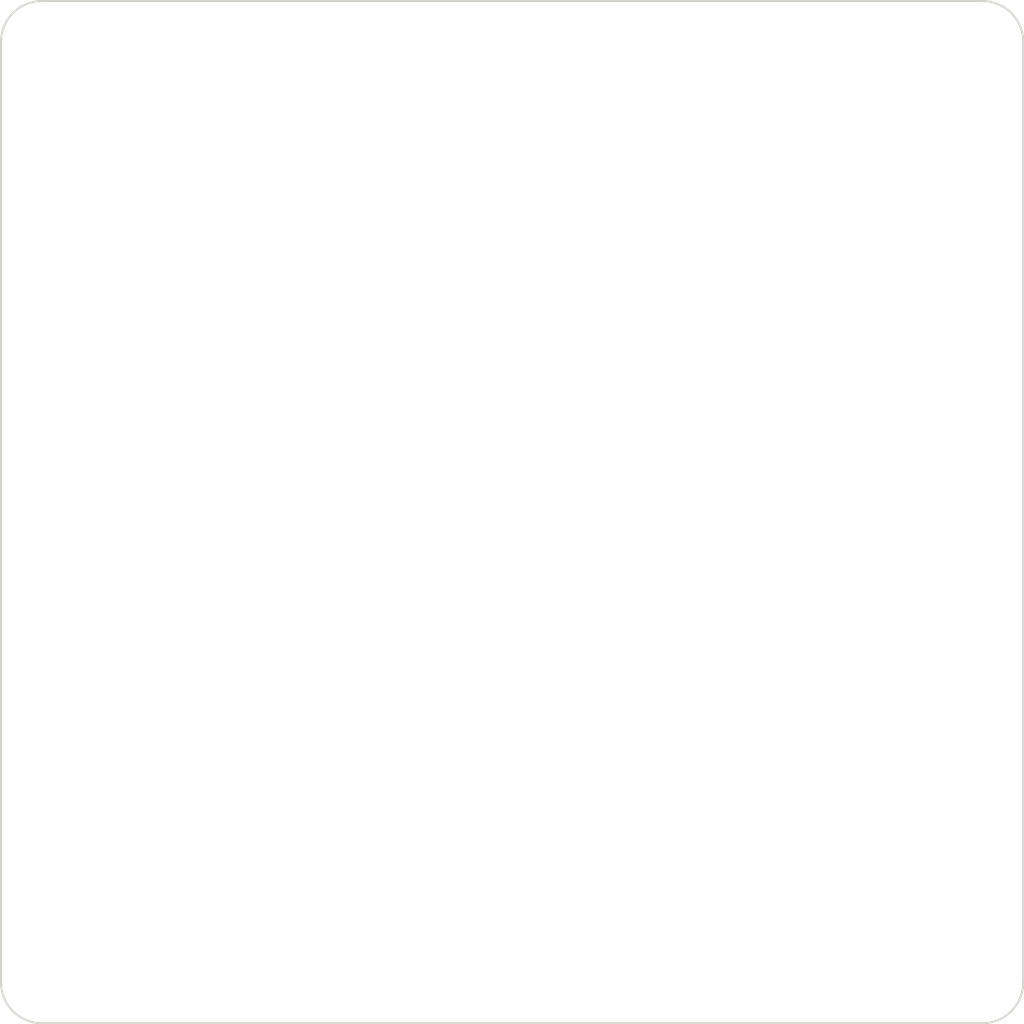
<source format=kicad_pcb>
(kicad_pcb (version 20241229) (generator "pcbnew") (generator_version "9.0")
  (layers (0 "F.Cu" signal) (2 "B.Cu" signal) (13 "F.Paste" user) (15 "B.Paste" user) (5 "F.SilkS" user "F.Silkscreen") (7 "B.SilkS" user "B.Silkscreen") (1 "F.Mask" user) (3 "B.Mask" user) (25 "Edge.Cuts" user))
  (net 0 "")
  (footprint "MountingHole:MountingHole_2.1mm" (layer "F.Cu") (at 116 24)
    (property "Reference" "REF**" (hide yes))
    (property "Value" "MountingHole_2.1mm" (hide yes))
    (pad "" np_thru_hole circle (at 0 0) (size 2.1 2.1) (drill 2.1) (layers "*.Cu" "*.Mask"))
  )
  (footprint "MountingHole:MountingHole_2.1mm" (layer "F.Cu") (at 116 116)
    (property "Reference" "REF**" (hide yes))
    (property "Value" "MountingHole_2.1mm" (hide yes))
    (pad "" np_thru_hole circle (at 0 0) (size 2.1 2.1) (drill 2.1) (layers "*.Cu" "*.Mask"))
  )
  (footprint "MountingHole:MountingHole_2.1mm" (layer "F.Cu") (at 24 24)
    (property "Reference" "REF**" (hide yes))
    (property "Value" "MountingHole_2.1mm" (hide yes))
    (pad "" np_thru_hole circle (at 0 0) (size 2.1 2.1) (drill 2.1) (layers "*.Cu" "*.Mask"))
  )
  (footprint "MountingHole:MountingHole_2.1mm" (layer "F.Cu") (at 24 116)
    (property "Reference" "REF**" (hide yes))
    (property "Value" "MountingHole_2.1mm" (hide yes))
    (pad "" np_thru_hole circle (at 0 0) (size 2.1 2.1) (drill 2.1) (layers "*.Cu" "*.Mask"))
  )
  (gr_line (start 120 24) (end 120 116) (stroke (width 0.2)) (layer "Edge.Cuts"))
  (gr_line (start 24 20) (end 116 20) (stroke (width 0.2)) (layer "Edge.Cuts"))
  (gr_arc (start 116 20) (mid 118.828427 21.171573) (end 120 24) (stroke (width 0.2)) (layer "Edge.Cuts"))
  (gr_arc (start 24 120) (mid 21.171573 118.828427) (end 20 116) (stroke (width 0.2)) (layer "Edge.Cuts"))
  (gr_arc (start 120 116) (mid 118.828427 118.828427) (end 116 120) (stroke (width 0.2)) (layer "Edge.Cuts"))
  (gr_line (start 116 120) (end 24 120) (stroke (width 0.2)) (layer "Edge.Cuts"))
  (gr_arc (start 20 24) (mid 21.171573 21.171573) (end 24 20) (stroke (width 0.2)) (layer "Edge.Cuts"))
  (gr_line (start 20 116) (end 20 24) (stroke (width 0.2)) (layer "Edge.Cuts"))
)
</source>
